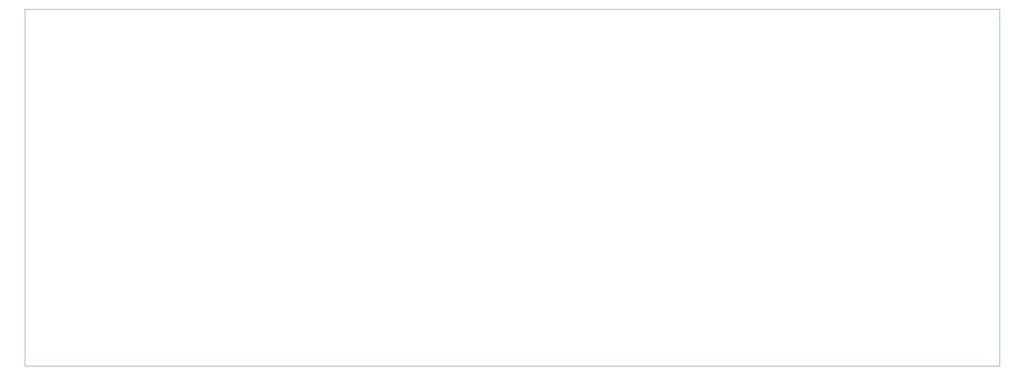
<source format=gbr>
G04 #@! TF.FileFunction,Profile,NP*
%FSLAX46Y46*%
G04 Gerber Fmt 4.6, Leading zero omitted, Abs format (unit mm)*
G04 Created by KiCad (PCBNEW 0.201504261001+5623~23~ubuntu15.04.1-product) date Fri 12 Jun 2015 02:29:29 PM ART*
%MOMM*%
G01*
G04 APERTURE LIST*
%ADD10C,0.100000*%
G04 APERTURE END LIST*
D10*
X232000000Y-104500000D02*
X232000000Y-105550000D01*
X32500000Y-105550000D02*
X32525000Y-105550000D01*
X32500000Y-104500000D02*
X32500000Y-105550000D01*
X232025000Y-105550000D02*
X32525000Y-105550000D01*
X232000000Y-34100000D02*
X231950000Y-34100000D01*
X232000000Y-32500000D02*
X232000000Y-34100000D01*
X32500000Y-32500000D02*
X232000000Y-32500000D01*
X32500000Y-34025000D02*
X32500000Y-32500000D01*
X32500000Y-104500000D02*
X32500000Y-34000000D01*
X232000000Y-34000000D02*
X232000000Y-104500000D01*
M02*

</source>
